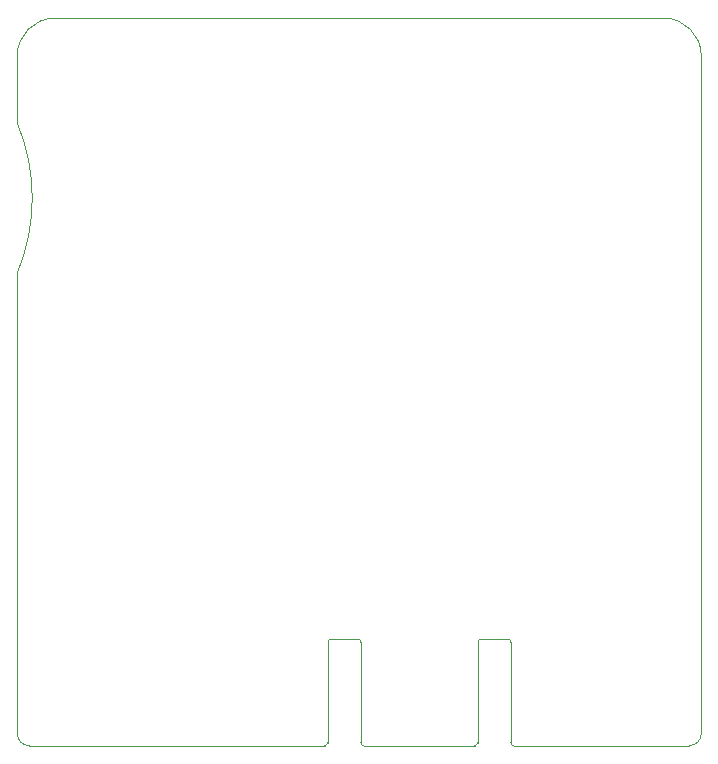
<source format=gm1>
%TF.GenerationSoftware,KiCad,Pcbnew,(5.1.8)-1*%
%TF.CreationDate,2021-04-11T21:34:39+02:00*%
%TF.ProjectId,ZX Diagnostic 2021,5a582044-6961-4676-9e6f-737469632032,rev?*%
%TF.SameCoordinates,Original*%
%TF.FileFunction,Profile,NP*%
%FSLAX46Y46*%
G04 Gerber Fmt 4.6, Leading zero omitted, Abs format (unit mm)*
G04 Created by KiCad (PCBNEW (5.1.8)-1) date 2021-04-11 21:34:39*
%MOMM*%
%LPD*%
G01*
G04 APERTURE LIST*
%TA.AperFunction,Profile*%
%ADD10C,0.025400*%
%TD*%
G04 APERTURE END LIST*
D10*
X120269000Y-67945000D02*
X120269000Y-62230000D01*
X120269001Y-67945000D02*
G75*
G02*
X120269001Y-80645000I-15240000J-6350001D01*
G01*
X123444000Y-59055000D02*
X175006000Y-59055000D01*
X175006000Y-59055000D02*
G75*
G02*
X178181000Y-62230000I0J-3175000D01*
G01*
X120269000Y-62230000D02*
G75*
G02*
X123444000Y-59055000I3175000J0D01*
G01*
X162306000Y-120650000D02*
X177165000Y-120650000D01*
X149606000Y-120650000D02*
X159004000Y-120650000D01*
X162052000Y-111887000D02*
X162052000Y-120396000D01*
X159258000Y-120396000D02*
X159258000Y-111887000D01*
X161798000Y-111633000D02*
G75*
G02*
X162052000Y-111887000I0J-254000D01*
G01*
X162306000Y-120650000D02*
G75*
G02*
X162052000Y-120396000I0J254000D01*
G01*
X159258000Y-111887000D02*
G75*
G02*
X159512000Y-111633000I254000J0D01*
G01*
X159258000Y-120396000D02*
G75*
G02*
X159004000Y-120650000I-254000J0D01*
G01*
X159512000Y-111633000D02*
X161798000Y-111633000D01*
X146304000Y-120650000D02*
X121285000Y-120650000D01*
X149352000Y-111887000D02*
X149352000Y-120396000D01*
X146812000Y-111633000D02*
X149098000Y-111633000D01*
X146558000Y-120396000D02*
X146558000Y-111887000D01*
X146558000Y-120396000D02*
G75*
G02*
X146304000Y-120650000I-254000J0D01*
G01*
X146558000Y-111887000D02*
G75*
G02*
X146812000Y-111633000I254000J0D01*
G01*
X149098000Y-111633000D02*
G75*
G02*
X149352000Y-111887000I0J-254000D01*
G01*
X149606000Y-120650000D02*
G75*
G02*
X149352000Y-120396000I0J254000D01*
G01*
X178181000Y-62230000D02*
X178181000Y-119253000D01*
X120269000Y-119253000D02*
X120269000Y-119634000D01*
X120269000Y-119634000D02*
G75*
G03*
X121285000Y-120650000I1016000J0D01*
G01*
X178181000Y-119634000D02*
X178181000Y-119253000D01*
X177165000Y-120650000D02*
G75*
G03*
X178181000Y-119634000I0J1016000D01*
G01*
X120269001Y-80645000D02*
X120269000Y-119253000D01*
M02*

</source>
